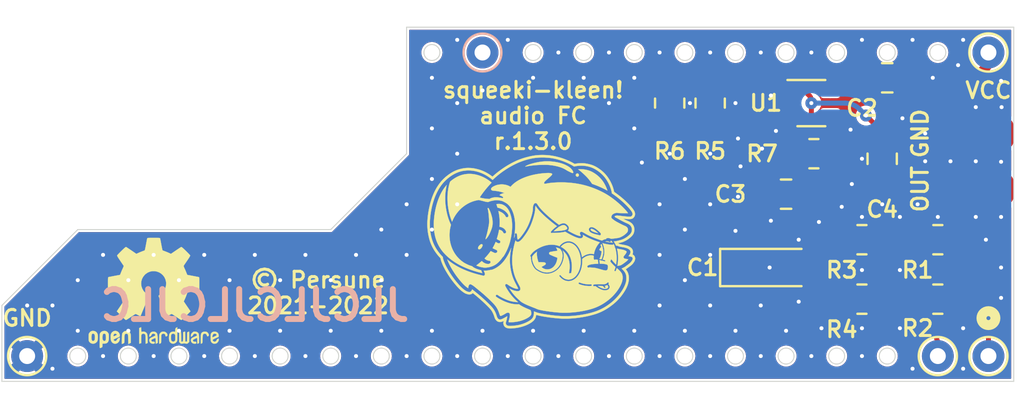
<source format=kicad_pcb>
(kicad_pcb (version 20211014) (generator pcbnew)
  (title_block (title "squeeki-kleen! Audio FC") (date "2022-04-23") (rev "1.2.1") (company "Persune") (comment 1 "pad names are based on the HVC-CPU-07 revision"))
  (layers (0 "F.Cu" signal) (31 "B.Cu" signal) (34 "B.Paste" user) (35 "F.Paste" user) (36 "B.SilkS" user "B.Silkscreen") (37 "F.SilkS" user "F.Silkscreen") (38 "B.Mask" user) (39 "F.Mask" user) (44 "Edge.Cuts" user))
  (net 0 "")
  (net 1 "VCC")
  (net 2 "GND")
  (net 3 "/C8")
  (net 4 "/P1")
  (net 5 "/P2")
  (net 6 "Net-(C1-Pad1)")
  (net 7 "Net-(C1-Pad2)")
  (net 8 "Net-(R5-Pad2)")
  (footprint "Resistor_SMD:R_0805_2012Metric_Pad1.20x1.40mm_HandSolder" (layer "F.Cu") (at 87.63 37.338 180)
    (fp_text reference "R1" (at 1.016 -1.524 180) (layer "F.SilkS") (effects (font (size 0.8 0.8))))
    (fp_text value "100")
    (pad "1" smd roundrect locked (at -1 0 180) (size 1.2 1.4) (layers "F.Cu" "F.Paste" "F.Mask") (roundrect_rratio 0.2083325) (net 2 "GND"))
    (pad "2" smd roundrect locked (at 1 0 180) (size 1.2 1.4) (layers "F.Cu" "F.Paste" "F.Mask") (roundrect_rratio 0.2083325) (net 4 "/P1"))
  )
  (footprint "Resistor_SMD:R_0805_2012Metric_Pad1.20x1.40mm_HandSolder" (layer "F.Cu") (at 83.82 37.338)
    (fp_text reference "R3" (at -1.016 1.524) (layer "F.SilkS") (effects (font (size 0.8 0.8))))
    (fp_text value "20K")
    (pad "1" smd roundrect locked (at -1 0) (size 1.2 1.4) (layers "F.Cu" "F.Paste" "F.Mask") (roundrect_rratio 0.2083325) (net 7 "Net-(C1-Pad2)"))
    (pad "2" smd roundrect locked (at 1 0) (size 1.2 1.4) (layers "F.Cu" "F.Paste" "F.Mask") (roundrect_rratio 0.2083325) (net 4 "/P1"))
  )
  (footprint "custom footprints:Custom_THT" (layer "F.Cu") (at 41.91 43.18 180)
    (fp_text reference "J1")
    (fp_text value "GND" (at 0 1.905) (layer "F.SilkS") (effects (font (size 0.8 0.8))))
    (pad "1" thru_hole circle locked (at 0 0 180) (size 1.6 1.6) (drill 0.8) (layers *.Cu *.Mask) (net 2 "GND"))
  )
  (footprint "custom footprints:Custom_THT" (layer "F.Cu") (at 90.17 27.94)
    (fp_text reference "J2")
    (fp_text value "VCC" (at 0 1.905) (layer "F.SilkS") (effects (font (size 0.8 0.8))))
    (pad "1" thru_hole circle locked (at 0 0) (size 1.6 1.6) (drill 0.8) (layers *.Cu *.Mask) (net 1 "VCC"))
  )
  (footprint "custom footprints:Custom_THT" (layer "F.Cu") (at 90.17 43.18 180)
    (fp_text reference "J3")
    (fp_text value "P1")
    (pad "1" thru_hole circle locked (at 0 0 180) (size 1.6 1.6) (drill 0.8) (layers *.Cu *.Mask) (net 4 "/P1"))
  )
  (footprint "custom footprints:Custom_THT" (layer "F.Cu") (at 87.63 43.18 180)
    (fp_text reference "J4")
    (fp_text value "P2")
    (pad "1" thru_hole circle locked (at 0 0 180) (size 1.6 1.6) (drill 0.8) (layers *.Cu *.Mask) (net 5 "/P2"))
  )
  (footprint "Resistor_SMD:R_0805_2012Metric_Pad1.20x1.40mm_HandSolder" (layer "F.Cu") (at 76.2 30.48 -90)
    (fp_text reference "R5" (at 2.413 0) (layer "F.SilkS") (effects (font (size 0.8 0.8))))
    (fp_text value "10K")
    (pad "1" smd roundrect locked (at -1 0 270) (size 1.2 1.4) (layers "F.Cu" "F.Paste" "F.Mask") (roundrect_rratio 0.2083325) (net 1 "VCC"))
    (pad "2" smd roundrect locked (at 1 0 270) (size 1.2 1.4) (layers "F.Cu" "F.Paste" "F.Mask") (roundrect_rratio 0.2083325) (net 8 "Net-(R5-Pad2)"))
  )
  (footprint "Resistor_SMD:R_0805_2012Metric_Pad1.20x1.40mm_HandSolder" (layer "F.Cu") (at 74.168 30.48 90)
    (fp_text reference "R6" (at -2.413 0) (layer "F.SilkS") (effects (font (size 0.8 0.8))))
    (fp_text value "10K")
    (pad "1" smd roundrect locked (at -1 0 90) (size 1.2 1.4) (layers "F.Cu" "F.Paste" "F.Mask") (roundrect_rratio 0.2083325) (net 8 "Net-(R5-Pad2)"))
    (pad "2" smd roundrect locked (at 1 0 90) (size 1.2 1.4) (layers "F.Cu" "F.Paste" "F.Mask") (roundrect_rratio 0.2083325) (net 2 "GND"))
  )
  (footprint "Capacitor_SMD:C_0805_2012Metric_Pad1.18x1.45mm_HandSolder" (layer "F.Cu") (at 85.09 29.21)
    (fp_text reference "C2" (at -1.27 1.524) (layer "F.SilkS") (effects (font (size 0.8 0.8))))
    (fp_text value "0.1µF")
    (pad "1" smd roundrect locked (at -1.0375 0) (size 1.175 1.45) (layers "F.Cu" "F.Paste" "F.Mask") (roundrect_rratio 0.2127659574) (net 1 "VCC"))
    (pad "2" smd roundrect locked (at 1.0375 0) (size 1.175 1.45) (layers "F.Cu" "F.Paste" "F.Mask") (roundrect_rratio 0.2127659574) (net 2 "GND"))
  )
  (footprint "Resistor_SMD:R_0805_2012Metric_Pad1.20x1.40mm_HandSolder" (layer "F.Cu") (at 81.407 33.02 180)
    (fp_text reference "R7" (at 2.6035 0 180) (layer "F.SilkS") (effects (font (size 0.8 0.8))))
    (fp_text value "80K")
    (pad "1" smd roundrect locked (at -1 0 180) (size 1.2 1.4) (layers "F.Cu" "F.Paste" "F.Mask") (roundrect_rratio 0.2083325) (net 6 "Net-(C1-Pad1)"))
    (pad "2" smd roundrect locked (at 1 0 180) (size 1.2 1.4) (layers "F.Cu" "F.Paste" "F.Mask") (roundrect_rratio 0.2083325) (net 3 "/C8"))
  )
  (footprint "Capacitor_SMD:C_0805_2012Metric_Pad1.18x1.45mm_HandSolder" (layer "F.Cu") (at 80.01 35.052 180)
    (fp_text reference "C3" (at 2.794 0) (layer "F.SilkS") (effects (font (size 0.8 0.8))))
    (fp_text value "82pF")
    (pad "1" smd roundrect locked (at -1.0375 0 180) (size 1.175 1.45) (layers "F.Cu" "F.Paste" "F.Mask") (roundrect_rratio 0.2127659574) (net 6 "Net-(C1-Pad1)"))
    (pad "2" smd roundrect locked (at 1.0375 0 180) (size 1.175 1.45) (layers "F.Cu" "F.Paste" "F.Mask") (roundrect_rratio 0.2127659574) (net 3 "/C8"))
  )
  (footprint "Capacitor_Tantalum_SMD:CP_EIA-3216-18_Kemet-A_Pad1.58x1.35mm_HandSolder" (layer "F.Cu") (at 79.1845 38.735)
    (fp_text reference "C1" (at -3.3655 0) (layer "F.SilkS") (effects (font (size 0.8 0.8))))
    (fp_text value "1µF")
    (pad "1" smd roundrect locked (at -1.4375 0) (size 1.575 1.35) (layers "F.Cu" "F.Paste" "F.Mask") (roundrect_rratio 0.1851844444) (net 6 "Net-(C1-Pad1)"))
    (pad "2" smd roundrect locked (at 1.4375 0) (size 1.575 1.35) (layers "F.Cu" "F.Paste" "F.Mask") (roundrect_rratio 0.1851844444) (net 7 "Net-(C1-Pad2)"))
  )
  (footprint "Capacitor_SMD:C_0805_2012Metric_Pad1.18x1.45mm_HandSolder" (layer "F.Cu") (at 84.836 33.274 -90)
    (fp_text reference "C4" (at 2.54 0) (layer "F.SilkS") (effects (font (size 0.8 0.8))))
    (fp_text value "0.1µF")
    (pad "1" smd roundrect locked (at -1.0375 0 270) (size 1.175 1.45) (layers "F.Cu" "F.Paste" "F.Mask") (roundrect_rratio 0.2127659574) (net 3 "/C8"))
    (pad "2" smd roundrect locked (at 1.0375 0 270) (size 1.175 1.45) (layers "F.Cu" "F.Paste" "F.Mask") (roundrect_rratio 0.2127659574) (net 2 "GND"))
  )
  (footprint "Package_TO_SOT_SMD:SOT-353_SC-70-5" (layer "F.Cu") (at 81.28 30.48)
    (fp_text reference "U1" (at -2.286 0 180) (layer "F.SilkS") (effects (font (size 0.8 0.8))))
    (fp_text value "OPA1671IDCKT")
    (pad "1" smd rect locked (at -0.95 -0.65) (size 0.65 0.4) (layers "F.Cu" "F.Paste" "F.Mask") (net 3 "/C8"))
    (pad "2" smd rect locked (at -0.95 0) (size 0.65 0.4) (layers "F.Cu" "F.Paste" "F.Mask") (net 2 "GND"))
    (pad "3" smd rect locked (at -0.95 0.65) (size 0.65 0.4) (layers "F.Cu" "F.Paste" "F.Mask") (net 8 "Net-(R5-Pad2)"))
    (pad "4" smd rect locked (at 0.95 0.65) (size 0.65 0.4) (layers "F.Cu" "F.Paste" "F.Mask") (net 6 "Net-(C1-Pad1)"))
    (pad "5" smd rect locked (at 0.95 -0.65) (size 0.65 0.4) (layers "F.Cu" "F.Paste" "F.Mask") (net 1 "VCC"))
  )
  (footprint "Resistor_SMD:R_0805_2012Metric_Pad1.20x1.40mm_HandSolder" (layer "F.Cu") (at 87.63 40.3225 180)
    (fp_text reference "R2" (at 1.016 -1.4605) (layer "F.SilkS") (effects (font (size 0.8 0.8))))
    (fp_text value "100")
    (pad "1" smd roundrect locked (at -1 0 180) (size 1.2 1.4) (layers "F.Cu" "F.Paste" "F.Mask") (roundrect_rratio 0.2083325) (net 2 "GND"))
    (pad "2" smd roundrect locked (at 1 0 180) (size 1.2 1.4) (layers "F.Cu" "F.Paste" "F.Mask") (roundrect_rratio 0.2083325) (net 5 "/P2"))
  )
  (footprint "Resistor_SMD:R_0805_2012Metric_Pad1.20x1.40mm_HandSolder" (layer "F.Cu") (at 83.82 40.3225)
    (fp_text reference "R4" (at -1.016 1.524) (layer "F.SilkS") (effects (font (size 0.8 0.8))))
    (fp_text value "12K")
    (pad "1" smd roundrect locked (at -1 0) (size 1.2 1.4) (layers "F.Cu" "F.Paste" "F.Mask") (roundrect_rratio 0.2083325) (net 7 "Net-(C1-Pad2)"))
    (pad "2" smd roundrect locked (at 1 0) (size 1.2 1.4) (layers "F.Cu" "F.Paste" "F.Mask") (roundrect_rratio 0.2083325) (net 5 "/P2"))
  )
  (footprint "custom footprints:Custom_Pad" (layer "F.Cu") (at 89.535 34.798 90)
    (fp_text reference "J5" hide)
    (fp_text value "C8" hide)
    (pad "1" smd roundrect locked (at 0 0 90) (size 1.5 3.81) (layers "F.Cu" "F.Mask") (net 3 "/C8"))
  )
  (footprint "custom footprints:Custom_Pad" (layer "F.Cu") (at 89.535 32.004 90)
    (fp_text reference "J6" hide)
    (fp_text value "GND out" hide)
    (pad "1" smd roundrect locked (at 0 0 90) (size 1.5 3.81) (layers "F.Cu" "F.Mask") (net 2 "GND"))
  )
  (footprint "custom footprints:dagga" (layer "F.Cu") (at 67.31 37.465)
    (fp_text reference "G***" hide)
    (fp_text value "LOGO" hide)
  )
  (footprint "Symbol:OSHW-Logo2_7.3x6mm_SilkScreen" (layer "F.Cu") (at 48.26 40.005)
    (fp_text reference "REF**" hide)
    (fp_text value "OSHW-Logo2_7.3x6mm_SilkScreen" hide)
  )
  (footprint "TestPoint:TestPoint_THTPad_D1.5mm_Drill0.7mm" (layer "B.Cu") (at 64.77 27.94)
    (fp_text reference "REF**" hide)
    (fp_text value "" hide)
    (pad "1" thru_hole circle locked (at 0 0) (size 1.6 1.6) (drill 0.8) (layers *.Cu *.Mask))
  )
  (gr_circle (center 90.17 41.275) (end 90.27 41.275) (layer "F.SilkS") (width 0.5) (fill none))
  (gr_circle (center 82.55 27.94) (end 82.95 27.94) (layer "Edge.Cuts") (width 0.05) (fill none))
  (gr_circle (center 46.99 43.18) (end 47.39 43.18) (layer "Edge.Cuts") (width 0.05) (fill none))
  (gr_circle (center 54.61 43.18) (end 55.01 43.18) (layer "Edge.Cuts") (width 0.05) (fill none))
  (gr_circle (center 59.69 43.18) (end 60.09 43.18) (layer "Edge.Cuts") (width 0.05) (fill none))
  (gr_circle (center 52.07 43.18) (end 52.47 43.18) (layer "Edge.Cuts") (width 0.05) (fill none))
  (gr_circle (center 69.85 43.18) (end 70.25 43.18) (layer "Edge.Cuts") (width 0.05) (fill none))
  (gr_circle (center 80.01 43.18) (end 80.41 43.18) (layer "Edge.Cuts") (width 0.05) (fill none))
  (gr_circle (center 57.15 43.18) (end 57.55 43.18) (layer "Edge.Cuts") (width 0.05) (fill none))
  (gr_circle (center 62.23 43.18) (end 62.63 43.18) (layer "Edge.Cuts") (width 0.05) (fill none))
  (gr_circle (center 64.77 43.18) (end 65.17 43.18) (layer "Edge.Cuts") (width 0.05) (fill none))
  (gr_circle (center 67.31 43.18) (end 67.71 43.18) (layer "Edge.Cuts") (width 0.05) (fill none))
  (gr_circle (center 72.39 43.18) (end 72.79 43.18) (layer "Edge.Cuts") (width 0.05) (fill none))
  (gr_circle (center 74.93 43.18) (end 75.33 43.18) (layer "Edge.Cuts") (width 0.05) (fill none))
  (gr_circle (center 44.45 43.18) (end 44.85 43.18) (layer "Edge.Cuts") (width 0.05) (fill none))
  (gr_circle (center 49.53 43.18) (end 49.93 43.18) (layer "Edge.Cuts") (width 0.05) (fill none))
  (gr_circle (center 85.09 43.18) (end 85.49 43.18) (layer "Edge.Cuts") (width 0.05) (fill none))
  (gr_circle (center 77.47 43.18) (end 77.87 43.18) (layer "Edge.Cuts") (width 0.05) (fill none))
  (gr_circle (center 82.55 43.18) (end 82.95 43.18) (layer "Edge.Cuts") (width 0.05) (fill none))
  (gr_line (start 40.64 44.45) (end 91.44 44.45) (layer "Edge.Cuts") (width 0.05))
  (gr_line (start 44.45 36.83) (end 40.64 40.64) (layer "Edge.Cuts") (width 0.05))
  (gr_circle (center 62.23 27.94) (end 62.63 27.94) (layer "Edge.Cuts") (width 0.05) (fill none))
  (gr_circle (center 72.39 27.94) (end 72.79 27.94) (layer "Edge.Cuts") (width 0.05) (fill none))
  (gr_circle (center 74.93 27.94) (end 75.33 27.94) (layer "Edge.Cuts") (width 0.05) (fill none))
  (gr_circle (center 87.63 27.94) (end 88.03 27.94) (layer "Edge.Cuts") (width 0.05) (fill none))
  (gr_line (start 91.44 26.67) (end 60.96 26.67) (layer "Edge.Cuts") (width 0.05))
  (gr_circle (center 69.85 27.94) (end 70.25 27.94) (layer "Edge.Cuts") (width 0.05) (fill none))
  (gr_line (start 60.96 33.02) (end 60.96 26.67) (layer "Edge.Cuts") (width 0.05))
  (gr_circle (center 85.09 27.94) (end 85.49 27.94) (layer "Edge.Cuts") (width 0.05) (fill none))
  (gr_line (start 60.96 33.02) (end 57.15 36.83) (layer "Edge.Cuts") (width 0.05))
  (gr_line (start 91.44 26.67) (end 91.44 44.45) (layer "Edge.Cuts") (width 0.05))
  (gr_circle (center 67.31 27.94) (end 67.71 27.94) (layer "Edge.Cuts") (width 0.05) (fill none))
  (gr_circle (center 77.47 27.94) (end 77.87 27.94) (layer "Edge.Cuts") (width 0.05) (fill none))
  (gr_line (start 44.45 36.83) (end 57.15 36.83) (layer "Edge.Cuts") (width 0.05))
  (gr_line (start 40.64 44.45) (end 40.64 40.64) (layer "Edge.Cuts") (width 0.05))
  (gr_circle (center 80.01 27.94) (end 80.41 27.94) (layer "Edge.Cuts") (width 0.05) (fill none))
  (gr_text "JLCJLCJLCJLC" (at 53.34 40.64) (layer "B.SilkS") (effects (font (size 1.5 1.5) (thickness 0.3)) (justify mirror)))
  (gr_text "squeeki-kleen!\naudio FC\nr.1.3.0\n" (at 67.31 31.115) (layer "F.SilkS") (effects (font (size 0.8 0.8))))
  (gr_text "OUT" (at 86.741 34.798 90) (layer "F.SilkS") (effects (font (size 0.8 0.8))))
  (gr_text "© Persune\n2021-2022" (at 56.515 40.005) (layer "F.SilkS") (effects (font (size 0.8 0.8))))
  (gr_text "GND" (at 86.741 32.004 90) (layer "F.SilkS") (effects (font (size 0.8 0.8))))
  (segment (start 78.985716 28.829) (end 82.24933 28.829) (width 0.5) (layer "F.Cu") (net 1))
  (segment (start 84.243 29.4005) (end 84.6875 29.845) (width 0.5) (layer "F.Cu") (net 1))
  (segment (start 82.23 29.3675) (end 82.23 29.83) (width 0.4) (layer "F.Cu") (net 1))
  (segment (start 83.402092 28.829) (end 82.342669 28.829) (width 0.5) (layer "F.Cu") (net 1))
  (segment (start 82.23 29.0525) (end 82.23 29.3675) (width 0.5) (layer "F.Cu") (net 1))
  (segment (start 82.23 29.0525) (end 82.23 28.941669) (width 0.5) (layer "F.Cu") (net 1))
  (segment (start 86.917961 30.48) (end 86.220525 30.48) (width 0.5) (layer "F.Cu") (net 1))
  (segment (start 89.217499 29.527499) (end 89.945493 28.799506) (width 0.5) (layer "F.Cu") (net 1))
  (segment (start 76.335 29.345) (end 76.47 29.21) (width 0.5) (layer "F.Cu") (net 1))
  (segment (start 82.24933 28.829) (end 82.342669 28.829) (width 0.5) (layer "F.Cu") (net 1))
  (segment (start 90.17 28.2575) (end 90.17 27.94) (width 0.5) (layer "F.Cu") (net 1))
  (segment (start 83.862 29.0195) (end 84.243 29.4005) (width 0.5) (layer "F.Cu") (net 1))
  (segment (start 77.414063 29.48) (end 76.390918 29.48) (width 0.5) (layer "F.Cu") (net 1))
  (arc (start 82.342669 28.829) (mid 82.299552 28.837576) (end 82.263 28.862) (width 0.5) (layer "F.Cu") (net 1))
  (arc (start 76.335 29.345) (mid 76.317857 29.431181) (end 76.390918 29.48) (width 0.5) (layer "F.Cu") (net 1))
  (arc (start 89.217499 29.527499) (mid 88.162462 30.232453) (end 86.917961 30.48) (width 0.5) (layer "F.Cu") (net 1))
  (arc (start 83.862 29.0195) (mid 83.650992 28.878509) (end 83.402092 28.829) (width 0.5) (layer "F.Cu") (net 1))
  (arc (start 82.263 28.862) (mid 82.26719 28.840933) (end 82.24933 28.829) (width 0.5) (layer "F.Cu") (net 1))
  (arc (start 82.263 28.862) (mid 82.238576 28.898552) (end 82.23 28.941669) (width 0.5) (layer "F.Cu") (net 1))
  (arc (start 84.6875 29.845) (mid 85.390857 30.314968) (end 86.220525 30.48) (width 0.5) (layer "F.Cu") (net 1))
  (arc (start 78.985716 28.829) (mid 78.56043 28.913594) (end 78.19989 29.1545) (width 0.5) (layer "F.Cu") (net 1))
  (arc (start 90.17 28.2575) (mid 90.111652 28.550831) (end 89.945493 28.799506) (width 0.5) (layer "F.Cu") (net 1))
  (arc (start 78.19989 29.1545) (mid 77.839349 29.395405) (end 77.414063 29.48) (width 0.5) (layer "F.Cu") (net 1))
  (via (at 76.2 35.56) (size 0.6) (drill 0.2) (layers "F.Cu" "B.Cu") (net 2))
  (via (at 90.805 36.195) (size 0.6) (drill 0.2) (layers "F.Cu" "B.Cu") (net 2))
  (via (at 83.82 27.305) (size 0.6) (drill 0.2) (layers "F.Cu" "B.Cu") (net 2))
  (via (at 90.805 29.3624) (size 0.6) (drill 0.2) (layers "F.Cu" "B.Cu") (net 2))
  (via (at 63.5 33.02) (size 0.6) (drill 0.2) (layers "F.Cu" "B.Cu") (net 2))
  (via (at 79.502 31.877) (size 0.6) (drill 0.2) (layers "F.Cu" "B.Cu") (net 2))
  (via (at 90.043 37.338) (size 0.6) (drill 0.2) (layers "F.Cu" "B.Cu") (net 2))
  (via (at 55.88 43.18) (size 0.6) (drill 0.2) (layers "F.Cu" "B.Cu") (net 2))
  (via (at 41.91 40.64) (size 0.6) (drill 0.2) (layers "F.Cu" "B.Cu") (net 2))
  (via (at 55.88 38.1) (size 0.6) (drill 0.2) (layers "F.Cu" "B.Cu") (net 2))
  (via (at 67.31 29.21) (size 0.6) (drill 0.2) (layers "F.Cu" "B.Cu") (net 2))
  (via (at 72.39 31.75) (size 0.6) (drill 0.2) (layers "F.Cu" "B.Cu") (net 2))
  (via (at 84.836 35.56) (size 0.6) (drill 0.2) (layers "F.Cu" "B.Cu") (net 2))
  (via (at 90.805 33.4264) (size 0.6) (drill 0.2) (layers "F.Cu" "B.Cu") (net 2))
  (via (at 62.23 36.83) (size 0.6) (drill 0.2) (layers "F.Cu" "B.Cu") (net 2))
  (via (at 44.45 39.37) (size 0.6) (drill 0.2) (layers "F.Cu" "B.Cu") (net 2))
  (via (at 77.724 33.655) (size 0.6) (drill 0.2) (layers "F.Cu" "B.Cu") (net 2))
  (via (at 81.661 36.449) (size 0.6) (drill 0.2) (layers "F.Cu" "B.Cu") (net 2))
  (via (at 85.852 31.242) (size 0.6) (drill 0.2) (layers "F.Cu" "B.Cu") (net 2))
  (via (at 89.535 33.401) (size 0.6) (drill 0.2) (layers "F.Cu" "B.Cu") (net 2))
  (via (at 54.61 39.37) (size 0.6) (drill 0.2) (layers "F.Cu" "B.Cu") (net 2))
  (via (at 72.771 33.4645) (size 0.6) (drill 0.2) (layers "F.Cu" "B.Cu") (net 2))
  (via (at 76.2 40.64) (size 0.6) (drill 0.2) (layers "F.Cu" "B.Cu") (net 2))
  (via (at 73.66 38.1) (size 0.6) (drill 0.2) (layers "F.Cu" "B.Cu") (net 2))
  (via (at 74.93 41.91) (size 0.6) (drill 0.2) (layers "F.Cu" "B.Cu") (net 2))
  (via (at 88.646 28.575) (size 0.6) (drill 0.2) (layers "F.Cu" "B.Cu") (net 2))
  (via (at 58.42 43.18) (size 0.6) (drill 0.2) (layers "F.Cu" "B.Cu") (net 2))
  (via (at 67.31 41.91) (size 0.6) (drill 0.2) (layers "F.Cu" "B.Cu") (net 2))
  (via (at 77.597 35.179) (size 0.6) (drill 0.2) (layers "F.Cu" "B.Cu") (net 2))
  (via (at 80.645 37.338) (size 0.6) (drill 0.2) (layers "F.Cu" "B.Cu") (net 2))
  (via (at 78.74 27.94) (size 0.6) (drill 0.2) (layers "F.Cu" "B.Cu") (net 2))
  (via (at 59.69 41.91) (size 0.6) (drill 0.2) (layers "F.Cu" "B.Cu") (net 2))
  (via (at 54.61 41.91) (size 0.6) (drill 0.2) (layers "F.Cu" "B.Cu") (net 2))
  (via (at 45.72 38.1) (size 0.6) (drill 0.2) (layers "F.Cu" "B.Cu") (net 2))
  (via (at 83.82 43.18) (size 0.6) (drill 0.2) (layers "F.Cu" "B.Cu") (net 2))
  (via (at 72.39 29.21) (size 0.6) (drill 0.2) (layers "F.Cu" "B.Cu") (net 2))
  (via (at 75.184 30.48) (size 0.6) (drill 0.2) (layers "F.Cu" "B.Cu") (net 2))
  (via (at 76.2 38.1) (size 0.6) (drill 0.2) (layers "F.Cu" "B.Cu") (net 2))
  (via (at 60.96 35.56) (size 0.6) (drill 0.2) (layers "F.Cu" "B.Cu") (net 2))
  (via (at 83.2485 31.8135) (size 0.6) (drill 0.2) (layers "F.Cu" "B.Cu") (net 2))
  (via (at 62.23 31.75) (size 0.6) (drill 0.2) (layers "F.Cu" "B.Cu") (net 2))
  (via (at 88.265 33.401) (size 0.6) (drill 0.2) (layers "F.Cu" "B.Cu") (net 2))
  (via (at 53.34 43.18) (size 0.6) (drill 0.2) (layers "F.Cu" "B.Cu") (net 2))
  (via (at 60.96 43.18) (size 0.6) (drill 0.2) (layers "F.Cu" "B.Cu") (net 2))
  (via (at 73.66 40.64) (size 0.6) (drill 0.2) (layers "F.Cu" "B.Cu") (net 2))
  (via (at 79.1845 38.735) (size 0.6) (drill 0.2) (layers "F.Cu" "B.Cu") (net 2))
  (via (at 77.47 36.8935) (size 0.6) (drill 0.2) (layers "F.Cu" "B.Cu") (net 2))
  (via (at 87.376 29.21) (size 0.6) (drill 0.2) (layers "F.Cu" "B.Cu") (net 2))
  (via (at 45.72 43.18) (size 0.6) (drill 0.2) (layers "F.Cu" "B.Cu") (net 2))
  (via (at 76.2 33.02) (size 0.6) (drill 0.2) (layers "F.Cu" "B.Cu") (net 2))
  (via (at 74.93 39.37) (size 0.6) (drill 0.2) (layers "F.Cu" "B.Cu") (net 2))
  (via (at 82.804 35.687) (size 0.6) (drill 0.2) (layers "F.Cu" "B.Cu") (net 2))
  (via (at 68.58 27.94) (size 0.6) (drill 0.2) (layers "F.Cu" "B.Cu") (net 2))
  (via (at 73.66 35.56) (size 0.6) (drill 0.2) (layers "F.Cu" "B.Cu") (net 2))
  (via (at 50.8 43.18) (size 0.6) (drill 0.2) (layers "F.Cu" "B.Cu") (net 2))
  (via (at 58.42 38.1) (size 0.6) (drill 0.2) (layers "F.Cu" "B.Cu") (net 2))
  (via (at 85.725 36.195) (size 0.6) (drill 0.2) (layers "F.Cu" "B.Cu") (net 2))
  (via (at 88.9 41.783) (size 0.6) (drill 0.2) (layers "F.Cu" "B.Cu") (net 2))
  (via (at 71.12 30.48) (size 0.6) (drill 0.2) (layers "F.Cu" "B.Cu") (net 2))
  (via (at 77.47 30.48) (size 0.6) (drill 0.2) (layers "F.Cu" "B.Cu") (net 2))
  (via (at 52.07 39.37) (size 0.6) (drill 0.2) (layers "F.Cu" "B.Cu") (net 2))
  (via (at 73.66 27.94) (size 0.6) (drill 0.2) (layers "F.Cu" "B.Cu") (net 2))
  (via (at 80.01 41.91) (size 0.6) (drill 0.2) (layers "F.Cu" "B.Cu") (net 2))
  (via (at 86.614 35.56) (size 0.6) (drill 0.2) (layers "F.Cu" "B.Cu") (net 2))
  (via (at 46.99 39.37) (size 0.6) (drill 0.2) (layers "F.Cu" "B.Cu") (net 2))
  (via (at 71.12 27.94) (size 0.6) (drill 0.2) (layers "F.Cu" "B.Cu") (net 2))
  (via (at 78.8035 32.766) (size 0.6) (drill 0.2) (layers "F.Cu" "B.Cu") (net 2))
  (via (at 88.9 27.305) (size 0.6) (drill 0.2) (layers "F.Cu" "B.Cu") (net 2))
  (via (at 63.5 35.56) (size 0.6) (drill 0.2) (layers "F.Cu" "B.Cu") (net 2))
  (via (at 74.93 34.29) (size 0.6) (drill 0.2) (layers "F.Cu" "B.Cu") (net 2))
  (via (at 81.28 43.18) (size 0.6) (drill 0.2) (layers "F.Cu" "B.Cu") (net 2))
  (via (at 69.85 41.91) (size 0.6) (drill 0.2) (layers "F.Cu" "B.Cu") (net 2))
  (via (at 66.04 43.18) (size 0.6) (drill 0.2) (layers "F.Cu" "B.Cu") (net 2))
  (via (at 57.15 41.91) (size 0.6) (drill 0.2) (layers "F.Cu" "B.Cu") (net 2))
  (via (at 48.26 38.1) (size 0.6) (drill 0.2) (layers "F.Cu" "B.Cu") (net 2))
  (via (at 83.312 34.544) (size 0.6) (drill 0.2) (layers "F.Cu" "B.Cu") (net 2))
  (via (at 87.63 36.195) (size 0.6) (drill 0.2) (layers "F.Cu" "B.Cu") (net 2))
  (via (at 86.36 27.305) (size 0.6) (drill 0.2) (layers "F.Cu" "B.Cu") (net 2))
  (via (at 43.18 40.64) (size 0.6) (drill 0.2) (layers "F.Cu" "B.Cu") (net 2))
  (via (at 83.82 33.274) (size 0.6) (drill 0.2) (layers "F.Cu" "B.Cu") (net 2))
  (via (at 83.82 36.195) (size 0.6) (drill 0.2) (layers "F.Cu" "B.Cu") (net 2))
  (via (at 90.805 40.259) (size 0.6) (drill 0.2) (layers "F.Cu" "B.Cu") (net 2))
  (via (at 63.5 43.18) (size 0.6) (drill 0.2) (layers "F.Cu" "B.Cu") (net 2))
  (via (at 89.535 36.195) (size 0.6) (drill 0.2) (layers "F.Cu" "B.Cu") (net 2))
  (via (at 78.74 40.64) (size 0.6) (drill 0.2) (layers "F.Cu" "B.Cu") (net 2))
  (via (at 81.788 41.783) (size 0.6) (drill 0.2) (layers "F.Cu" "B.Cu") (net 2))
  (via (at 72.39 41.91) (size 0.6) (drill 0.2) (layers "F.Cu" "B.Cu") (net 2))
  (via (at 90.805 38.735) (size 0.6) (drill 0.2) (layers "F.Cu" "B.Cu") (net 2))
  (via (at 74.168 33.02) (size 0.6) (drill 0.2) (layers "F.Cu" "B.Cu") (net 2))
  (via (at 68.58 43.18) (size 0.6) (drill 0.2) (layers "F.Cu" "B.Cu") (net 2))
  (via (at 49.53 39.37) (size 0.6) (drill 0.2) (layers "F.Cu" "B.Cu") (net 2))
  (via (at 86.995 33.401) (size 0.6) (drill 0.2) (layers "F.Cu" "B.Cu") (net 2))
  (via (at 83.82 41.783) (size 0.6) (drill 0.2) (layers "F.Cu" "B.Cu") (net 2))
  (via (at 89.535 30.6832) (size 0.6) (drill 0.2) (layers "F.Cu" "B.Cu") (net 2))
  (via (at 62.23 34.29) (size 0.6) (drill 0.2) (layers "F.Cu" "B.Cu") (net 2))
  (via (at 59.69 36.83) (size 0.6) (drill 0.2) (layers "F.Cu" "B.Cu") (net 2))
  (via (at 52.07 41.91) (size 0.6) (drill 0.2) (layers "F.Cu" "B.Cu") (net 2))
  (via (at 49.53 41.91) (size 0.6) (drill 0.2) (layers "F.Cu" "B.Cu") (net 2))
  (via (at 60.96 38.1) (size 0.6) (drill 0.2) (layers "F.Cu" "B.Cu") (net 2))
  (via (at 80.645 40.4495) (size 0.6) (drill 0.2) (layers "F.Cu" "B.Cu") (net 2))
  (via (at 76.2 43.18) (size 0.6) (drill 0.2) (layers "F.Cu" "B.Cu") (net 2))
  (via (at 77.47 41.91) (size 0.6) (drill 0.2) (layers "F.Cu" "B.Cu") (net 2))
  (via (at 78.74 43.18) (size 0.6) (drill 0.2) (layers "F.Cu" "B.Cu") (net 2))
  (via (at 63.5 27.305) (size 0.6) (drill 0.2) (layers "F.Cu" "B.Cu") (net 2))
  (via (at 46.99 41.91) (size 0.6) (drill 0.2) (layers "F.Cu" "B.Cu") (net 2))
  (via (at 86.995 32.004) (size 0.6) (drill 0.2) (layers "F.Cu" "B.Cu") (net 2))
  (via (at 77.597 32.258) (size 0.6) (drill 0.2) (layers "F.Cu" "B.Cu") (net 2))
  (via (at 79.248 36.3855) (size 0.6) (drill 0.2) (layers "F.Cu" "B.Cu") (net 2))
  (via (at 81.28 27.94) (size 0.6) (drill 0.2) (layers "F.Cu" "B.Cu") (net 2))
  (via (at 64.77 41.91) (size 0.6) (drill 0.2) (layers "F.Cu" "B.Cu") (net 2))
  (via (at 64.77 29.845) (size 0.6) (drill 0.2) (layers "F.Cu" "B.Cu") (net 2))
  (via (at 43.18 43.815) (size 0.6) (drill 0.2) (layers "F.Cu" "B.Cu") (net 2))
  (via (at 48.26 43.18) (size 0.6) (drill 0.2) (layers "F.Cu" "B.Cu") (net 2))
  (via (at 44.45 41.91) (size 0.6) (drill 0.2) (layers "F.Cu" "B.Cu") (net 2))
  (via (at 83.82 38.862) (size 0.6) (drill 0.2) (layers "F.Cu" "B.Cu") (net 2))
  (via (at 63.5 30.48) (size 0.6) (drill 0.2) (layers "F.Cu" "B.Cu") (net 2))
  (via (at 79.248 30.099) (size 0.6) (drill 0.2) (layers "F.Cu" "B.Cu") (net 2))
  (via (at 85.725 38.862) (size 0.6) (drill 0.2) (layers "F.Cu" "B.Cu") (net 2))
  (via (at 88.9 43.815) (size 0.6) (drill 0.2) (layers "F.Cu" "B.Cu") (net 2))
  (via (at 86.36 43.815) (size 0.6) (drill 0.2) (layers "F.Cu" "B.Cu") (net 2))
  (via (at 57.15 39.37) (size 0.6) (drill 0.2) (layers "F.Cu" "B.Cu") (net 2))
  (via (at 66.04 27.305) (size 0.6) (drill 0.2) (layers "F.Cu" "B.Cu") (net 2))
  (via (at 90.8304 30.6832) (size 0.6) (drill 0.2) (layers "F.Cu" "B.Cu") (net 2))
  (via (at 59.69 39.37) (size 0.6) (drill 0.2) (layers "F.Cu" "B.Cu") (net 2))
  (via (at 76.2 27.94) (size 0.6) (drill 0.2) (layers "F.Cu" "B.Cu") (net 2))
  (via (at 62.23 41.91) (size 0.6) (drill 0.2) (layers "F.Cu" "B.Cu") (net 2))
  (via (at 74.93 36.83) (size 0.6) (drill 0.2) (layers "F.Cu" "B.Cu") (net 2))
  (via (at 71.12 43.18) (size 0.6) (drill 0.2) (layers "F.Cu" "B.Cu") (net 2))
  (via (at 50.8 38.1) (size 0.6) (drill 0.2) (layers "F.Cu" "B.Cu") (net 2))
  (via (at 73.66 43.18) (size 0.6) (drill 0.2) (layers "F.Cu" "B.Cu") (net 2))
  (via (at 53.34 38.1) (size 0.6) (drill 0.2) (layers "F.Cu" "B.Cu") (net 2))
  (via (at 62.23 29.21) (size 0.6) (drill 0.2) (layers "F.Cu" "B.Cu") (net 2))
  (via (at 85.725 41.783) (size 0.6) (drill 0.2) (layers "F.Cu" "B.Cu") (net 2))
  (via (at 69.85 29.21) (size 0.6) (drill 0.2) (layers "F.Cu" "B.Cu") (net 2))
  (segment (start 80.407 32.874924) (end 80.407 33.165076) (width 0.25) (layer "F.Cu") (net 3))
  (segment (start 80.639834 29.83) (end 80.33 29.83) (width 0.25) (layer "F.Cu") (net 3))
  (segment (start 80.407 32.757336) (end 80.407 32.874924) (width 0.25) (layer "F.Cu") (net 3))
  (segment (start 81.28 31.050836) (end 81.28 30.48) (width 0.25) (layer "F.Cu") (net 3))
  (segment (start 84.947882 32.348382) (end 86.866286 34.266786) (width 0.25) (layer "F.Cu") (net 3))
  (segment (start 81.28 30.3425) (end 81.28 30.48) (width 0.25) (layer "F.Cu") (net 3))
  (segment (start 78.9725 34.898326) (end 78.9725 35.052) (width 0.25) (layer "F.Cu") (net 3))
  (segment (start 84.724117 31.808165) (end 84.020727 31.104775) (width 0.25) (layer "F.Cu") (net 3))
  (segment (start 80.592731 32.30894) (end 80.876357 32.025314) (width 0.25) (layer "F.Cu") (net 3))
  (segment (start 88.14875 34.798) (end 88.9 34.798) (width 0.25) (layer "F.Cu") (net 3))
  (segment (start 79.081163 34.635988) (end 80.304415 33.412736) (width 0.25) (layer "F.Cu") (net 3))
  (segment (start 81.182772 30.107772) (end 81.0925 30.0175) (width 0.25) (layer "F.Cu") (net 3))
  (segment (start 80.407 33.165076) (end 80.407 32.874924) (width 0.25) (layer "F.Cu") (net 3))
  (segment (start 80.407 32.874924) (end 80.407 32.648106) (width 0.25) (layer "F.Cu") (net 3))
  (via (at 81.28 30.48) (size 0.6) (drill 0.2) (layers "F.Cu" "B.Cu") (net 3))
  (via (at 84.020727 31.104775) (size 0.6) (drill 0.2) (layers "F.Cu" "B.Cu") (net 3))
  (arc (start 84.836 32.078274) (mid 84.865077 32.224455) (end 84.947882 32.348382) (width 0.25) (layer "F.Cu") (net 3))
  (arc (start 86.866286 34.266786) (mid 87.454685 34.659941) (end 88.14875 34.798) (width 0.25) (layer "F.Cu") (net 3))
  (arc (start 80.407 32.874924) (mid 80.407 32.874924) (end 80.407 32.874924) (width 0.25) (layer "F.Cu") (net 3))
  (arc (start 84.724117 31.808165) (mid 84.806922 31.932092) (end 84.836 32.078274) (width 0.25) (layer "F.Cu") (net 3))
  (arc (start 80.407 33.165076) (mid 80.380339 33.299108) (end 80.304415 33.412736) (width 0.25) (layer "F.Cu") (net 3))
  (arc (start 81.182772 30.107772) (mid 81.254731 30.215466) (end 81.28 30.3425) (width 0.25) (layer "F.Cu") (net 3))
  (arc (start 81.28 31.050836) (mid 81.175096 31.578219) (end 80.876357 32.025314) (width 0.25) (layer "F.Cu") (net 3))
  (arc (start 81.0925 30.0175) (mid 80.884815 29.878729) (end 80.639834 29.83) (width 0.25) (layer "F.Cu") (net 3))
  (arc (start 80.592731 32.30894) (mid 80.455269 32.514665) (end 80.407 32.757336) (width 0.25) (layer "F.Cu") (net 3))
  (arc (start 79.081163 34.635988) (mid 79.00074 34.756349) (end 78.9725 34.898326) (width 0.25) (layer "F.Cu") (net 3))
  (segment (start 82.954169 30.48) (end 81.28 30.48) (width 0.25) (layer "B.Cu") (net 3))
  (segment (start 83.708339 30.792387) (end 84.020727 31.104775) (width 0.25) (layer "B.Cu") (net 3))
  (arc (start 83.708339 30.792387) (mid 83.362323 30.561186) (end 82.954169 30.48) (width 0.25) (layer "B.Cu") (net 3))
  (segment (start 90.17 39.774111) (end 90.17 43.18) (width 0.25) (layer "F.Cu") (net 4))
  (segment (start 86.63 37.338) (end 84.82 37.338) (width 0.25) (layer "F.Cu") (net 4))
  (segment (start 89.194388 38.7985) (end 87.361495 38.7985) (width 0.25) (layer "F.Cu") (net 4))
  (segment (start 86.63 37.338) (end 86.63 38.067004) (width 0.25) (layer "F.Cu") (net 4))
  (arc (start 86.84425 38.58425) (mid 87.081564 38.742818) (end 87.361495 38.7985) (width 0.25) (layer "F.Cu") (net 4))
  (arc (start 89.88425 39.08425) (mid 90.095735 39.400761) (end 90.17 39.774111) (width 0.25) (layer "F.Cu") (net 4))
  (arc (start 89.88425 39.08425) (mid 89.567738 38.872764) (end 89.194388 38.7985) (width 0.25) (layer "F.Cu") (net 4))
  (arc (start 86.63 38.067004) (mid 86.685681 38.346935) (end 86.84425 38.58425) (width 0.25) (layer "F.Cu") (net 4))
  (segment (start 86.202624 40.3225) (end 84.82 40.3225) (width 0.25) (layer "F.Cu") (net 5))
  (segment (start 87.63 42.678625) (end 87.63 43.18) (width 0.25) (layer "F.Cu") (net 5))
  (segment (start 87.275474 41.822725) (end 86.9322 41.479451) (width 0.25) (layer "F.Cu") (net 5))
  (arc (start 87.275474 41.822725) (mid 87.537861 42.215415) (end 87.63 42.678625) (width 0.25) (layer "F.Cu") (net 5))
  (arc (start 86.63 40.749875) (mid 86.504824 40.447675) (end 86.202624 40.3225) (width 0.25) (layer "F.Cu") (net 5))
  (arc (start 86.63 40.749875) (mid 86.708539 41.144718) (end 86.9322 41.479451) (width 0.25) (layer "F.Cu") (net 5))
  (segment (start 81.0475 35.350508) (end 81.0475 35.146177) (width 0.25) (layer "F.Cu") (net 6))
  (segment (start 82.407 33.017843) (end 82.407 33.022156) (width 0.25) (layer "F.Cu") (net 6))
  (segment (start 82.407 33.022156) (end 82.407 33.262073) (width 0.25) (layer "F.Cu") (net 6))
  (segment (start 82.23 31.558842) (end 82.23 31.13) (width 0.25) (layer "F.Cu") (net 6))
  (segment (start 80.836422 35.860094) (end 78.03736 38.659156) (width 0.25) (layer "F.Cu") (net 6))
  (segment (start 81.114093 34.797052) (end 82.235828 33.675317) (width 0.25) (layer "F.Cu") (net 6))
  (segment (start 82.405475 33.018475) (end 82.40395 33.01695) (width 0.25) (layer "F.Cu") (net 6))
  (segment (start 82.407 31.986157) (end 82.407 33.017843) (width 0.25) (layer "F.Cu") (net 6))
  (segment (start 81.0475 34.957823) (end 81.0475 35.146177) (width 0.25) (layer "F.Cu") (net 6))
  (segment (start 77.854258 38.735) (end 77.747 38.735) (width 0.25) (layer "F.Cu") (net 6))
  (arc (start 82.405475 33.018475) (mid 82.406448 33.018668) (end 82.407 33.017843) (width 0.25) (layer "F.Cu") (net 6))
  (arc (start 81.114093 34.797052) (mid 81.064806 34.870814) (end 81.0475 34.957823) (width 0.25) (layer "F.Cu") (net 6))
  (arc (start 82.23 31.558842) (mid 82.253 31.674472) (end 82.3185 31.7725) (width 0.25) (layer "F.Cu") (net 6))
  (arc (start 81.0475 35.350508) (mid 80.992642 35.626294) (end 80.836422 35.860094) (width 0.25) (layer "F.Cu") (net 6))
  (arc (start 82.407 33.022156) (mid 82.406603 33.020163) (end 82.405475 33.018475) (width 0.25) (layer "F.Cu") (net 6))
  (arc (start 82.407 33.262073) (mid 82.362513 33.485719) (end 82.235828 33.675317) (width 0.25) (layer "F.Cu") (net 6))
  (arc (start 78.03736 38.659156) (mid 77.953352 38.715288) (end 77.854258 38.735) (width 0.25) (layer "F.Cu") (net 6))
  (arc (start 82.3185 31.7725) (mid 82.383999 31.870526) (end 82.407 31.986157) (width 0.25) (layer "F.Cu") (net 6))
  (segment (start 82.82 38.29825) (end 82.82 39.64775) (width 0.25) (layer "F.Cu") (net 7))
  (segment (start 82.82 38.29825) (end 82.82 37.338) (width 0.25) (layer "F.Cu") (net 7))
  (segment (start 80.66175 38.77475) (end 80.622 38.735) (width 0.25) (layer "F.Cu") (net 7))
  (segment (start 80.757714 38.8145) (end 82.7885 38.8145) (width 0.25) (layer "F.Cu") (net 7))
  (segment (start 82.82 39.64775) (end 82.82 40.3225) (width 0.25) (layer "F.Cu") (net 7))
  (arc (start 80.66175 38.77475) (mid 80.705778 38.804169) (end 80.757714 38.8145) (width 0.25) (layer "F.Cu") (net 7))
  (segment (start 78.127511 31.48) (end 76.2 31.48) (width 0.25) (layer "F.Cu") (net 8))
  (segment (start 76.2 31.48) (end 74.168 31.48) (width 0.25) (layer "F.Cu") (net 8))
  (segment (start 78.972489 31.129999) (end 80.33 31.13) (width 0.25) (layer "F.Cu") (net 8))
  (arc (start 78.55 31.304999) (mid 78.35616 31.434518) (end 78.127511 31.48) (width 0.25) (layer "F.Cu") (net 8))
  (arc (start 78.972489 31.129999) (mid 78.743839 31.17548) (end 78.55 31.304999) (width 0.25) (layer "F.Cu") (net 8))
  (zone (net 2) (net_name "GND") (layer "F.Cu") (connect_pads (clearance 0.127)) (min_thickness 0.0625) (fill yes (thermal_gap 0.127) (thermal_bridge_width 0.5) (smoothing fillet) (radius 0.127))
    (polygon (pts (xy 91.44 44.45) (xy 40.64 44.45) (xy 40.64 40.64) (xy 44.45 36.83) (xy 57.15 36.83) (xy 60.96 33.02) (xy 60.96 26.67) (xy 91.44 26.67)))
  )
  (zone (net 2) (net_name "GND") (layer "B.Cu") (connect_pads (clearance 0.127)) (min_thickness 0.0625) (fill yes (thermal_gap 0.127) (thermal_bridge_width 0.5) (smoothing fillet) (radius 0.127))
    (polygon (pts (xy 91.44 44.45) (xy 40.64 44.45) (xy 40.64 40.64) (xy 44.45 36.83) (xy 57.15 36.83) (xy 60.96 33.02) (xy 60.96 26.67) (xy 91.44 26.67)))
  )
)
</source>
